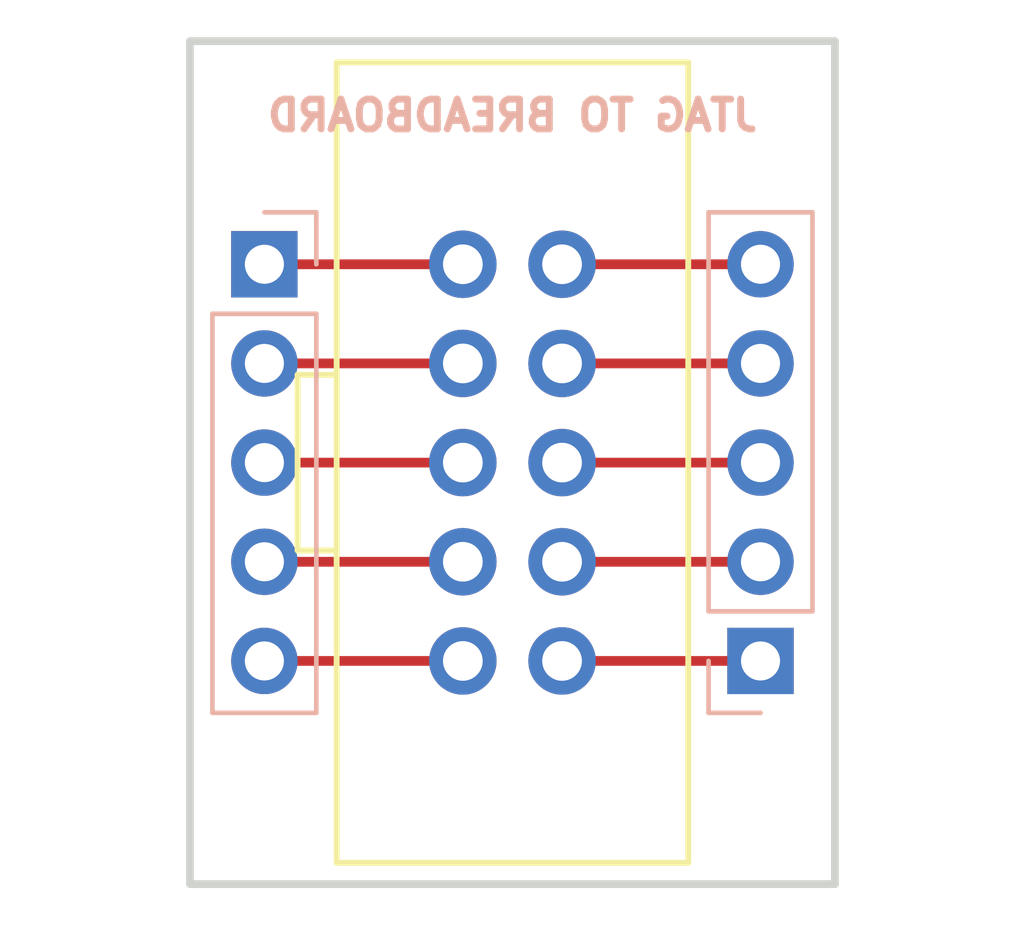
<source format=kicad_pcb>
(kicad_pcb (version 20171130) (host pcbnew 5.0.2-bee76a0~70~ubuntu18.04.1)

  (general
    (thickness 1.6)
    (drawings 5)
    (tracks 10)
    (zones 0)
    (modules 3)
    (nets 11)
  )

  (page A4)
  (layers
    (0 F.Cu signal)
    (31 B.Cu signal)
    (32 B.Adhes user)
    (33 F.Adhes user)
    (34 B.Paste user)
    (35 F.Paste user)
    (36 B.SilkS user)
    (37 F.SilkS user)
    (38 B.Mask user)
    (39 F.Mask user)
    (40 Dwgs.User user)
    (41 Cmts.User user)
    (42 Eco1.User user)
    (43 Eco2.User user)
    (44 Edge.Cuts user)
    (45 Margin user)
    (46 B.CrtYd user)
    (47 F.CrtYd user)
    (48 B.Fab user)
    (49 F.Fab user)
  )

  (setup
    (last_trace_width 0.25)
    (trace_clearance 0.2)
    (zone_clearance 0.508)
    (zone_45_only no)
    (trace_min 0.2)
    (segment_width 0.2)
    (edge_width 0.15)
    (via_size 0.8)
    (via_drill 0.4)
    (via_min_size 0.4)
    (via_min_drill 0.3)
    (uvia_size 0.3)
    (uvia_drill 0.1)
    (uvias_allowed no)
    (uvia_min_size 0.2)
    (uvia_min_drill 0.1)
    (pcb_text_width 0.3)
    (pcb_text_size 1.5 1.5)
    (mod_edge_width 0.15)
    (mod_text_size 1 1)
    (mod_text_width 0.15)
    (pad_size 1.524 1.524)
    (pad_drill 0.762)
    (pad_to_mask_clearance 0.051)
    (solder_mask_min_width 0.25)
    (aux_axis_origin 0 0)
    (visible_elements FFFFFF7F)
    (pcbplotparams
      (layerselection 0x010fc_ffffffff)
      (usegerberextensions false)
      (usegerberattributes false)
      (usegerberadvancedattributes false)
      (creategerberjobfile false)
      (excludeedgelayer true)
      (linewidth 0.100000)
      (plotframeref false)
      (viasonmask false)
      (mode 1)
      (useauxorigin false)
      (hpglpennumber 1)
      (hpglpenspeed 20)
      (hpglpendiameter 15.000000)
      (psnegative false)
      (psa4output false)
      (plotreference true)
      (plotvalue true)
      (plotinvisibletext false)
      (padsonsilk false)
      (subtractmaskfromsilk false)
      (outputformat 1)
      (mirror false)
      (drillshape 1)
      (scaleselection 1)
      (outputdirectory ""))
  )

  (net 0 "")
  (net 1 "Net-(J1-Pad1)")
  (net 2 "Net-(J1-Pad2)")
  (net 3 "Net-(J1-Pad3)")
  (net 4 "Net-(J1-Pad4)")
  (net 5 "Net-(J1-Pad5)")
  (net 6 "Net-(J2-Pad2)")
  (net 7 "Net-(J2-Pad4)")
  (net 8 "Net-(J2-Pad6)")
  (net 9 "Net-(J2-Pad8)")
  (net 10 "Net-(J2-Pad10)")

  (net_class Default "This is the default net class."
    (clearance 0.2)
    (trace_width 0.25)
    (via_dia 0.8)
    (via_drill 0.4)
    (uvia_dia 0.3)
    (uvia_drill 0.1)
    (add_net "Net-(J1-Pad1)")
    (add_net "Net-(J1-Pad2)")
    (add_net "Net-(J1-Pad3)")
    (add_net "Net-(J1-Pad4)")
    (add_net "Net-(J1-Pad5)")
    (add_net "Net-(J2-Pad10)")
    (add_net "Net-(J2-Pad2)")
    (add_net "Net-(J2-Pad4)")
    (add_net "Net-(J2-Pad6)")
    (add_net "Net-(J2-Pad8)")
  )

  (module jtag_breadboard:JTAG (layer F.Cu) (tedit 5C609FFE) (tstamp 5C9C617E)
    (at 137.16 83.82)
    (path /5C61DEB9)
    (fp_text reference J2 (at 0 11.5) (layer F.Fab)
      (effects (font (size 1 1) (thickness 0.15)))
    )
    (fp_text value JTAG (at 0 -11) (layer F.Fab)
      (effects (font (size 1 1) (thickness 0.15)))
    )
    (fp_line (start -4.5 -10.25) (end 4.5 -10.25) (layer F.SilkS) (width 0.15))
    (fp_line (start 4.5 -10.25) (end 4.5 10.25) (layer F.SilkS) (width 0.15))
    (fp_line (start 4.5 10.25) (end -4.5 10.25) (layer F.SilkS) (width 0.15))
    (fp_line (start -4.5 10.25) (end -4.5 -10.25) (layer F.SilkS) (width 0.15))
    (fp_line (start -5.5 2.25) (end -5.5 -2.25) (layer F.SilkS) (width 0.15))
    (fp_line (start -5.5 -2.25) (end -4.5 -2.25) (layer F.SilkS) (width 0.15))
    (fp_line (start -5.5 2.25) (end -4.5 2.25) (layer F.SilkS) (width 0.15))
    (pad 1 thru_hole oval (at -1.27 -5.08) (size 1.7272 1.7272) (drill 1.016) (layers *.Cu *.Mask)
      (net 1 "Net-(J1-Pad1)"))
    (pad 2 thru_hole oval (at 1.27 -5.08) (size 1.7272 1.7272) (drill 1.016) (layers *.Cu *.Mask)
      (net 6 "Net-(J2-Pad2)"))
    (pad 3 thru_hole oval (at -1.27 -2.54) (size 1.7272 1.7272) (drill 1.016) (layers *.Cu *.Mask)
      (net 2 "Net-(J1-Pad2)"))
    (pad 4 thru_hole oval (at 1.27 -2.54) (size 1.7272 1.7272) (drill 1.016) (layers *.Cu *.Mask)
      (net 7 "Net-(J2-Pad4)"))
    (pad 5 thru_hole oval (at -1.27 0) (size 1.7272 1.7272) (drill 1.016) (layers *.Cu *.Mask)
      (net 3 "Net-(J1-Pad3)"))
    (pad 6 thru_hole oval (at 1.27 0) (size 1.7272 1.7272) (drill 1.016) (layers *.Cu *.Mask)
      (net 8 "Net-(J2-Pad6)"))
    (pad 7 thru_hole oval (at -1.27 2.54) (size 1.7272 1.7272) (drill 1.016) (layers *.Cu *.Mask)
      (net 4 "Net-(J1-Pad4)"))
    (pad 8 thru_hole oval (at 1.27 2.54) (size 1.7272 1.7272) (drill 1.016) (layers *.Cu *.Mask)
      (net 9 "Net-(J2-Pad8)"))
    (pad 9 thru_hole oval (at -1.27 5.08) (size 1.7272 1.7272) (drill 1.016) (layers *.Cu *.Mask)
      (net 5 "Net-(J1-Pad5)"))
    (pad 10 thru_hole oval (at 1.27 5.08) (size 1.7272 1.7272) (drill 1.016) (layers *.Cu *.Mask)
      (net 10 "Net-(J2-Pad10)"))
  )

  (module Connector_PinHeader_2.54mm:PinHeader_1x05_P2.54mm_Vertical (layer B.Cu) (tedit 5C609FF1) (tstamp 5C9C6329)
    (at 130.81 78.74 180)
    (descr "Through hole straight pin header, 1x05, 2.54mm pitch, single row")
    (tags "Through hole pin header THT 1x05 2.54mm single row")
    (path /5C61E158)
    (fp_text reference J1 (at 0 2.33 180) (layer B.Fab)
      (effects (font (size 1 1) (thickness 0.15)) (justify mirror))
    )
    (fp_text value Conn_01x05_Male (at 0 -12.49 180) (layer B.Fab)
      (effects (font (size 1 1) (thickness 0.15)) (justify mirror))
    )
    (fp_line (start -0.635 1.27) (end 1.27 1.27) (layer B.Fab) (width 0.1))
    (fp_line (start 1.27 1.27) (end 1.27 -11.43) (layer B.Fab) (width 0.1))
    (fp_line (start 1.27 -11.43) (end -1.27 -11.43) (layer B.Fab) (width 0.1))
    (fp_line (start -1.27 -11.43) (end -1.27 0.635) (layer B.Fab) (width 0.1))
    (fp_line (start -1.27 0.635) (end -0.635 1.27) (layer B.Fab) (width 0.1))
    (fp_line (start -1.33 -11.49) (end 1.33 -11.49) (layer B.SilkS) (width 0.12))
    (fp_line (start -1.33 -1.27) (end -1.33 -11.49) (layer B.SilkS) (width 0.12))
    (fp_line (start 1.33 -1.27) (end 1.33 -11.49) (layer B.SilkS) (width 0.12))
    (fp_line (start -1.33 -1.27) (end 1.33 -1.27) (layer B.SilkS) (width 0.12))
    (fp_line (start -1.33 0) (end -1.33 1.33) (layer B.SilkS) (width 0.12))
    (fp_line (start -1.33 1.33) (end 0 1.33) (layer B.SilkS) (width 0.12))
    (fp_line (start -1.8 1.8) (end -1.8 -11.95) (layer B.CrtYd) (width 0.05))
    (fp_line (start -1.8 -11.95) (end 1.8 -11.95) (layer B.CrtYd) (width 0.05))
    (fp_line (start 1.8 -11.95) (end 1.8 1.8) (layer B.CrtYd) (width 0.05))
    (fp_line (start 1.8 1.8) (end -1.8 1.8) (layer B.CrtYd) (width 0.05))
    (fp_text user %R (at 0 -5.08 90) (layer B.Fab)
      (effects (font (size 1 1) (thickness 0.15)) (justify mirror))
    )
    (pad 1 thru_hole rect (at 0 0 180) (size 1.7 1.7) (drill 1) (layers *.Cu *.Mask)
      (net 1 "Net-(J1-Pad1)"))
    (pad 2 thru_hole oval (at 0 -2.54 180) (size 1.7 1.7) (drill 1) (layers *.Cu *.Mask)
      (net 2 "Net-(J1-Pad2)"))
    (pad 3 thru_hole oval (at 0 -5.08 180) (size 1.7 1.7) (drill 1) (layers *.Cu *.Mask)
      (net 3 "Net-(J1-Pad3)"))
    (pad 4 thru_hole oval (at 0 -7.62 180) (size 1.7 1.7) (drill 1) (layers *.Cu *.Mask)
      (net 4 "Net-(J1-Pad4)"))
    (pad 5 thru_hole oval (at 0 -10.16 180) (size 1.7 1.7) (drill 1) (layers *.Cu *.Mask)
      (net 5 "Net-(J1-Pad5)"))
    (model ${KISYS3DMOD}/Connector_PinHeader_2.54mm.3dshapes/PinHeader_1x05_P2.54mm_Vertical.wrl
      (at (xyz 0 0 0))
      (scale (xyz 1 1 1))
      (rotate (xyz 0 0 0))
    )
  )

  (module Connector_PinHeader_2.54mm:PinHeader_1x05_P2.54mm_Vertical (layer B.Cu) (tedit 5C609FF7) (tstamp 5C9C6197)
    (at 143.51 88.9)
    (descr "Through hole straight pin header, 1x05, 2.54mm pitch, single row")
    (tags "Through hole pin header THT 1x05 2.54mm single row")
    (path /5C61E1BA)
    (fp_text reference J3 (at 0 2.33) (layer B.Fab)
      (effects (font (size 1 1) (thickness 0.15)) (justify mirror))
    )
    (fp_text value Conn_01x05_Male (at 0 -12.49) (layer B.Fab)
      (effects (font (size 1 1) (thickness 0.15)) (justify mirror))
    )
    (fp_text user %R (at 0 -5.08 -90) (layer B.Fab)
      (effects (font (size 1 1) (thickness 0.15)) (justify mirror))
    )
    (fp_line (start 1.8 1.8) (end -1.8 1.8) (layer B.CrtYd) (width 0.05))
    (fp_line (start 1.8 -11.95) (end 1.8 1.8) (layer B.CrtYd) (width 0.05))
    (fp_line (start -1.8 -11.95) (end 1.8 -11.95) (layer B.CrtYd) (width 0.05))
    (fp_line (start -1.8 1.8) (end -1.8 -11.95) (layer B.CrtYd) (width 0.05))
    (fp_line (start -1.33 1.33) (end 0 1.33) (layer B.SilkS) (width 0.12))
    (fp_line (start -1.33 0) (end -1.33 1.33) (layer B.SilkS) (width 0.12))
    (fp_line (start -1.33 -1.27) (end 1.33 -1.27) (layer B.SilkS) (width 0.12))
    (fp_line (start 1.33 -1.27) (end 1.33 -11.49) (layer B.SilkS) (width 0.12))
    (fp_line (start -1.33 -1.27) (end -1.33 -11.49) (layer B.SilkS) (width 0.12))
    (fp_line (start -1.33 -11.49) (end 1.33 -11.49) (layer B.SilkS) (width 0.12))
    (fp_line (start -1.27 0.635) (end -0.635 1.27) (layer B.Fab) (width 0.1))
    (fp_line (start -1.27 -11.43) (end -1.27 0.635) (layer B.Fab) (width 0.1))
    (fp_line (start 1.27 -11.43) (end -1.27 -11.43) (layer B.Fab) (width 0.1))
    (fp_line (start 1.27 1.27) (end 1.27 -11.43) (layer B.Fab) (width 0.1))
    (fp_line (start -0.635 1.27) (end 1.27 1.27) (layer B.Fab) (width 0.1))
    (pad 5 thru_hole oval (at 0 -10.16) (size 1.7 1.7) (drill 1) (layers *.Cu *.Mask)
      (net 6 "Net-(J2-Pad2)"))
    (pad 4 thru_hole oval (at 0 -7.62) (size 1.7 1.7) (drill 1) (layers *.Cu *.Mask)
      (net 7 "Net-(J2-Pad4)"))
    (pad 3 thru_hole oval (at 0 -5.08) (size 1.7 1.7) (drill 1) (layers *.Cu *.Mask)
      (net 8 "Net-(J2-Pad6)"))
    (pad 2 thru_hole oval (at 0 -2.54) (size 1.7 1.7) (drill 1) (layers *.Cu *.Mask)
      (net 9 "Net-(J2-Pad8)"))
    (pad 1 thru_hole rect (at 0 0) (size 1.7 1.7) (drill 1) (layers *.Cu *.Mask)
      (net 10 "Net-(J2-Pad10)"))
    (model ${KISYS3DMOD}/Connector_PinHeader_2.54mm.3dshapes/PinHeader_1x05_P2.54mm_Vertical.wrl
      (at (xyz 0 0 0))
      (scale (xyz 1 1 1))
      (rotate (xyz 0 0 0))
    )
  )

  (gr_line (start 128.905 94.615) (end 128.905 73.025) (layer Edge.Cuts) (width 0.2))
  (gr_line (start 145.415 94.615) (end 128.905 94.615) (layer Edge.Cuts) (width 0.2))
  (gr_line (start 145.415 73.025) (end 145.415 94.615) (layer Edge.Cuts) (width 0.2))
  (gr_line (start 128.905 73.025) (end 145.415 73.025) (layer Edge.Cuts) (width 0.2))
  (gr_text "JTAG TO BREADBOARD" (at 137.16 74.93) (layer B.SilkS)
    (effects (font (size 0.762 0.762) (thickness 0.1778)) (justify mirror))
  )

  (segment (start 130.81 78.74) (end 135.89 78.74) (width 0.25) (layer F.Cu) (net 1))
  (segment (start 135.89 81.28) (end 130.81 81.28) (width 0.25) (layer F.Cu) (net 2))
  (segment (start 130.81 83.82) (end 135.89 83.82) (width 0.25) (layer F.Cu) (net 3))
  (segment (start 135.89 86.36) (end 130.81 86.36) (width 0.25) (layer F.Cu) (net 4))
  (segment (start 130.81 88.9) (end 135.89 88.9) (width 0.25) (layer F.Cu) (net 5))
  (segment (start 138.43 78.74) (end 143.51 78.74) (width 0.25) (layer F.Cu) (net 6))
  (segment (start 143.51 81.28) (end 138.43 81.28) (width 0.25) (layer F.Cu) (net 7))
  (segment (start 138.43 83.82) (end 143.51 83.82) (width 0.25) (layer F.Cu) (net 8))
  (segment (start 143.51 86.36) (end 138.43 86.36) (width 0.25) (layer F.Cu) (net 9))
  (segment (start 138.43 88.9) (end 143.51 88.9) (width 0.25) (layer F.Cu) (net 10))

)

</source>
